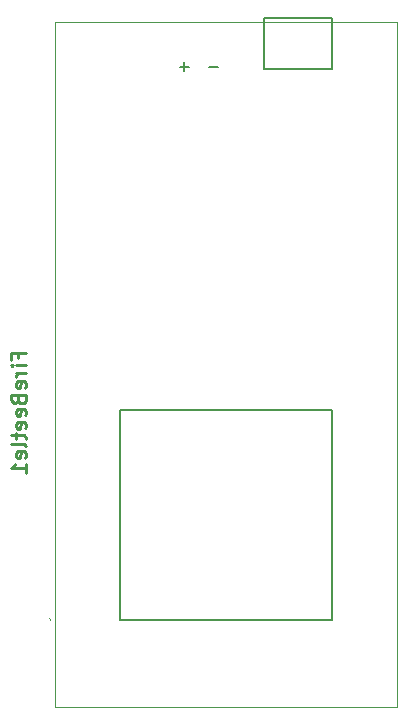
<source format=gbr>
%TF.GenerationSoftware,KiCad,Pcbnew,7.0.7*%
%TF.CreationDate,2023-09-18T17:32:58-06:00*%
%TF.ProjectId,hygienie_pcb,68796769-656e-4696-955f-7063622e6b69,00*%
%TF.SameCoordinates,Original*%
%TF.FileFunction,Legend,Bot*%
%TF.FilePolarity,Positive*%
%FSLAX46Y46*%
G04 Gerber Fmt 4.6, Leading zero omitted, Abs format (unit mm)*
G04 Created by KiCad (PCBNEW 7.0.7) date 2023-09-18 17:32:58*
%MOMM*%
%LPD*%
G01*
G04 APERTURE LIST*
%ADD10C,0.150000*%
%ADD11C,0.254000*%
%ADD12C,0.100000*%
%ADD13C,0.200000*%
G04 APERTURE END LIST*
D10*
X111913220Y-80238866D02*
X111151316Y-80238866D01*
X109413220Y-80238866D02*
X108651316Y-80238866D01*
X109032268Y-80619819D02*
X109032268Y-79857914D01*
D11*
X94984080Y-104873573D02*
X94984080Y-104450239D01*
X95649318Y-104450239D02*
X94379318Y-104450239D01*
X94379318Y-104450239D02*
X94379318Y-105055001D01*
X95649318Y-105538810D02*
X94802651Y-105538810D01*
X94379318Y-105538810D02*
X94439794Y-105478334D01*
X94439794Y-105478334D02*
X94500270Y-105538810D01*
X94500270Y-105538810D02*
X94439794Y-105599287D01*
X94439794Y-105599287D02*
X94379318Y-105538810D01*
X94379318Y-105538810D02*
X94500270Y-105538810D01*
X95649318Y-106143572D02*
X94802651Y-106143572D01*
X95044556Y-106143572D02*
X94923603Y-106204049D01*
X94923603Y-106204049D02*
X94863127Y-106264525D01*
X94863127Y-106264525D02*
X94802651Y-106385477D01*
X94802651Y-106385477D02*
X94802651Y-106506430D01*
X95588842Y-107413572D02*
X95649318Y-107292620D01*
X95649318Y-107292620D02*
X95649318Y-107050715D01*
X95649318Y-107050715D02*
X95588842Y-106929762D01*
X95588842Y-106929762D02*
X95467889Y-106869286D01*
X95467889Y-106869286D02*
X94984080Y-106869286D01*
X94984080Y-106869286D02*
X94863127Y-106929762D01*
X94863127Y-106929762D02*
X94802651Y-107050715D01*
X94802651Y-107050715D02*
X94802651Y-107292620D01*
X94802651Y-107292620D02*
X94863127Y-107413572D01*
X94863127Y-107413572D02*
X94984080Y-107474048D01*
X94984080Y-107474048D02*
X95105032Y-107474048D01*
X95105032Y-107474048D02*
X95225984Y-106869286D01*
X94984080Y-108441667D02*
X95044556Y-108623095D01*
X95044556Y-108623095D02*
X95105032Y-108683572D01*
X95105032Y-108683572D02*
X95225984Y-108744048D01*
X95225984Y-108744048D02*
X95407413Y-108744048D01*
X95407413Y-108744048D02*
X95528365Y-108683572D01*
X95528365Y-108683572D02*
X95588842Y-108623095D01*
X95588842Y-108623095D02*
X95649318Y-108502143D01*
X95649318Y-108502143D02*
X95649318Y-108018333D01*
X95649318Y-108018333D02*
X94379318Y-108018333D01*
X94379318Y-108018333D02*
X94379318Y-108441667D01*
X94379318Y-108441667D02*
X94439794Y-108562619D01*
X94439794Y-108562619D02*
X94500270Y-108623095D01*
X94500270Y-108623095D02*
X94621222Y-108683572D01*
X94621222Y-108683572D02*
X94742175Y-108683572D01*
X94742175Y-108683572D02*
X94863127Y-108623095D01*
X94863127Y-108623095D02*
X94923603Y-108562619D01*
X94923603Y-108562619D02*
X94984080Y-108441667D01*
X94984080Y-108441667D02*
X94984080Y-108018333D01*
X95588842Y-109772143D02*
X95649318Y-109651191D01*
X95649318Y-109651191D02*
X95649318Y-109409286D01*
X95649318Y-109409286D02*
X95588842Y-109288333D01*
X95588842Y-109288333D02*
X95467889Y-109227857D01*
X95467889Y-109227857D02*
X94984080Y-109227857D01*
X94984080Y-109227857D02*
X94863127Y-109288333D01*
X94863127Y-109288333D02*
X94802651Y-109409286D01*
X94802651Y-109409286D02*
X94802651Y-109651191D01*
X94802651Y-109651191D02*
X94863127Y-109772143D01*
X94863127Y-109772143D02*
X94984080Y-109832619D01*
X94984080Y-109832619D02*
X95105032Y-109832619D01*
X95105032Y-109832619D02*
X95225984Y-109227857D01*
X95588842Y-110860714D02*
X95649318Y-110739762D01*
X95649318Y-110739762D02*
X95649318Y-110497857D01*
X95649318Y-110497857D02*
X95588842Y-110376904D01*
X95588842Y-110376904D02*
X95467889Y-110316428D01*
X95467889Y-110316428D02*
X94984080Y-110316428D01*
X94984080Y-110316428D02*
X94863127Y-110376904D01*
X94863127Y-110376904D02*
X94802651Y-110497857D01*
X94802651Y-110497857D02*
X94802651Y-110739762D01*
X94802651Y-110739762D02*
X94863127Y-110860714D01*
X94863127Y-110860714D02*
X94984080Y-110921190D01*
X94984080Y-110921190D02*
X95105032Y-110921190D01*
X95105032Y-110921190D02*
X95225984Y-110316428D01*
X94802651Y-111284047D02*
X94802651Y-111767856D01*
X94379318Y-111465475D02*
X95467889Y-111465475D01*
X95467889Y-111465475D02*
X95588842Y-111525952D01*
X95588842Y-111525952D02*
X95649318Y-111646904D01*
X95649318Y-111646904D02*
X95649318Y-111767856D01*
X95649318Y-112372618D02*
X95588842Y-112251666D01*
X95588842Y-112251666D02*
X95467889Y-112191189D01*
X95467889Y-112191189D02*
X94379318Y-112191189D01*
X95588842Y-113340237D02*
X95649318Y-113219285D01*
X95649318Y-113219285D02*
X95649318Y-112977380D01*
X95649318Y-112977380D02*
X95588842Y-112856427D01*
X95588842Y-112856427D02*
X95467889Y-112795951D01*
X95467889Y-112795951D02*
X94984080Y-112795951D01*
X94984080Y-112795951D02*
X94863127Y-112856427D01*
X94863127Y-112856427D02*
X94802651Y-112977380D01*
X94802651Y-112977380D02*
X94802651Y-113219285D01*
X94802651Y-113219285D02*
X94863127Y-113340237D01*
X94863127Y-113340237D02*
X94984080Y-113400713D01*
X94984080Y-113400713D02*
X95105032Y-113400713D01*
X95105032Y-113400713D02*
X95225984Y-112795951D01*
X95649318Y-114610237D02*
X95649318Y-113884522D01*
X95649318Y-114247379D02*
X94379318Y-114247379D01*
X94379318Y-114247379D02*
X94560746Y-114126427D01*
X94560746Y-114126427D02*
X94681699Y-114005475D01*
X94681699Y-114005475D02*
X94742175Y-113884522D01*
D12*
%TO.C,FireBeetle1*%
X97650000Y-127065000D02*
G75*
G03*
X97650000Y-126965000I0J50000D01*
G01*
X97650000Y-126965000D02*
G75*
G03*
X97650000Y-127065000I0J-50000D01*
G01*
X127050000Y-134465000D02*
X127050000Y-76465000D01*
X98050000Y-134465000D02*
X127050000Y-134465000D01*
X97650000Y-127065000D02*
X97650000Y-127065000D01*
D13*
X121550000Y-127055000D02*
X103550000Y-127055000D01*
X103550000Y-127055000D02*
X103550000Y-109275000D01*
D12*
X97650000Y-126965000D02*
X97650000Y-126965000D01*
D13*
X121550000Y-109275000D02*
X121550000Y-127055000D01*
X103550000Y-109275000D02*
X121550000Y-109275000D01*
X121555000Y-80477000D02*
X115749000Y-80477000D01*
X115749000Y-80477000D02*
X115749000Y-76155000D01*
D12*
X127050000Y-76465000D02*
X98050000Y-76465000D01*
X98050000Y-76465000D02*
X98050000Y-134465000D01*
D13*
X121555000Y-76155000D02*
X121555000Y-80477000D01*
X115749000Y-76155000D02*
X121555000Y-76155000D01*
%TD*%
M02*

</source>
